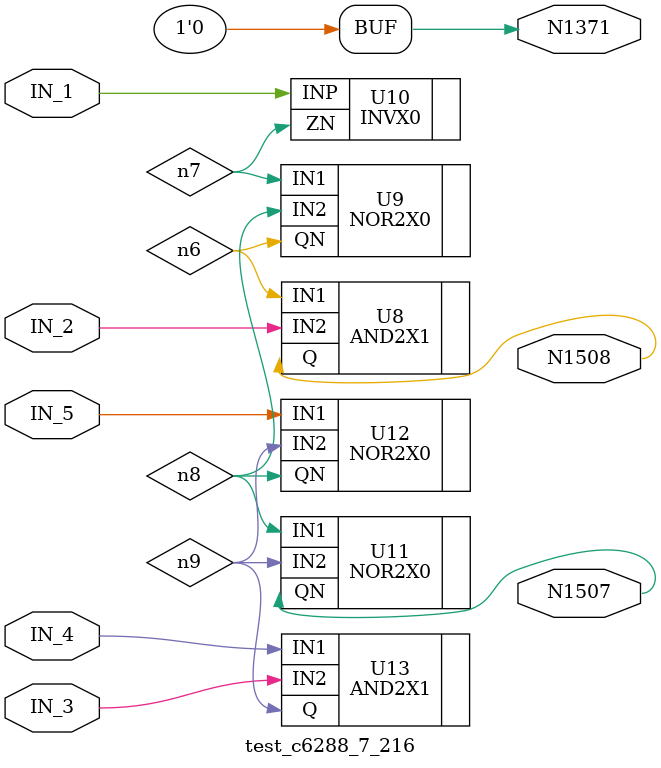
<source format=v>


module test_c6288_7_216 ( IN_1, IN_2, IN_3, IN_4, IN_5, N1371, N1507, N1508 );
  input IN_1, IN_2, IN_3, IN_4, IN_5;
  output N1371, N1507, N1508;
  wire   n6, n7, n8, n9;
  assign N1371 = 1'b0;

  AND2X1 U8 ( .IN1(n6), .IN2(IN_2), .Q(N1508) );
  NOR2X0 U9 ( .IN1(n7), .IN2(n8), .QN(n6) );
  INVX0 U10 ( .INP(IN_1), .ZN(n7) );
  NOR2X0 U11 ( .IN1(n8), .IN2(n9), .QN(N1507) );
  NOR2X0 U12 ( .IN1(IN_5), .IN2(n9), .QN(n8) );
  AND2X1 U13 ( .IN1(IN_4), .IN2(IN_3), .Q(n9) );
endmodule


</source>
